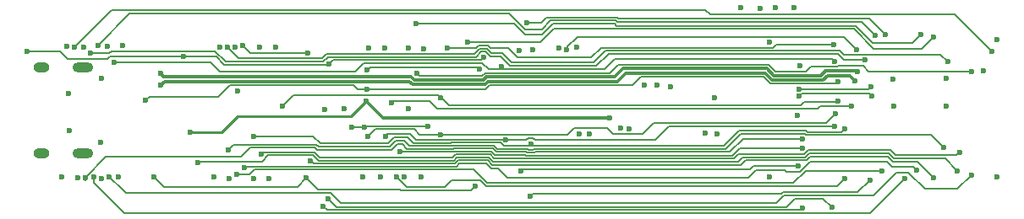
<source format=gbr>
%TF.GenerationSoftware,KiCad,Pcbnew,7.0.10+1*%
%TF.CreationDate,2024-03-12T12:47:15+01:00*%
%TF.ProjectId,Receiver-A1,52656365-6976-4657-922d-41312e6b6963,rev?*%
%TF.SameCoordinates,Original*%
%TF.FileFunction,Copper,L4,Bot*%
%TF.FilePolarity,Positive*%
%FSLAX46Y46*%
G04 Gerber Fmt 4.6, Leading zero omitted, Abs format (unit mm)*
G04 Created by KiCad (PCBNEW 7.0.10+1) date 2024-03-12 12:47:15*
%MOMM*%
%LPD*%
G01*
G04 APERTURE LIST*
%TA.AperFunction,ComponentPad*%
%ADD10O,2.100000X1.000000*%
%TD*%
%TA.AperFunction,ComponentPad*%
%ADD11O,1.600000X1.000000*%
%TD*%
%TA.AperFunction,ViaPad*%
%ADD12C,0.600000*%
%TD*%
%TA.AperFunction,Conductor*%
%ADD13C,0.150000*%
%TD*%
%TA.AperFunction,Conductor*%
%ADD14C,0.300000*%
%TD*%
%TA.AperFunction,Conductor*%
%ADD15C,0.250000*%
%TD*%
G04 APERTURE END LIST*
D10*
%TO.P,J6,S1,SHIELD*%
%TO.N,GND*%
X56820000Y-56680000D03*
D11*
X52640000Y-56680000D03*
D10*
X56820000Y-65320000D03*
D11*
X52640000Y-65320000D03*
%TD*%
D12*
%TO.N,Net-(JP10-B)*%
X96916645Y-55697861D03*
X81420000Y-56350000D03*
X66880000Y-55610000D03*
X51260000Y-55100000D03*
X96110000Y-68650000D03*
X79170000Y-67810000D03*
X63900000Y-67670000D03*
%TO.N,/PWM_SEND_1*%
X85260000Y-58900000D03*
X85289547Y-56955000D03*
%TO.N,/PWM_SEND_0*%
X98690000Y-56590000D03*
%TO.N,/PWM_SEND_2*%
X101650000Y-64370000D03*
%TO.N,/PWM_SEND_5*%
X99190000Y-64005000D03*
%TO.N,/PWM_SEND_1*%
X96511778Y-56823169D03*
%TO.N,/PWM_SEND_4*%
X92620000Y-63420000D03*
%TO.N,/PWM_SEND_3*%
X92640000Y-59740000D03*
%TO.N,+5V*%
X69900007Y-67700007D03*
X107530000Y-63350000D03*
X100500000Y-55000000D03*
X84855000Y-67725000D03*
X54710000Y-67660000D03*
X85474280Y-54755000D03*
X55440002Y-63000000D03*
X55410000Y-59310000D03*
X106490000Y-63350000D03*
X60760236Y-54460000D03*
X76095000Y-54690000D03*
%TO.N,/PWM_SEND_1*%
X132400000Y-58100000D03*
X63100000Y-60000000D03*
%TO.N,/PWM_RCV_1*%
X57065000Y-67800000D03*
X128900002Y-63900000D03*
%TO.N,/LED_1*%
X57920000Y-67710000D03*
X139116407Y-67835646D03*
%TO.N,GND*%
X143300000Y-60600000D03*
X111500000Y-62840000D03*
X143300000Y-57800000D03*
X110670000Y-62790000D03*
X59285000Y-54595000D03*
X75450000Y-67820000D03*
X122700000Y-50700000D03*
X89433983Y-54778737D03*
X120328930Y-63375000D03*
X148320000Y-53900000D03*
X70490000Y-54685000D03*
X87033581Y-54755000D03*
X126115000Y-50700000D03*
X58600000Y-64200000D03*
X60376587Y-67733413D03*
X56266575Y-67749785D03*
X148310000Y-67690000D03*
X89400000Y-60800000D03*
X89030000Y-67730000D03*
X55170854Y-54577985D03*
X83000000Y-60800000D03*
X128400000Y-61500000D03*
X73880000Y-67880000D03*
X137900000Y-57900000D03*
X128600000Y-56500000D03*
X101900000Y-54900000D03*
X74495000Y-54645000D03*
X72078372Y-54615361D03*
X125599846Y-67650000D03*
X71480000Y-67830000D03*
X104494996Y-54699723D03*
X90954624Y-54805000D03*
X58700000Y-57800000D03*
X90650000Y-67725000D03*
X81000000Y-60900000D03*
X119169059Y-63325000D03*
X72302298Y-59052298D03*
X115648594Y-58613835D03*
X106240853Y-54666615D03*
X86625000Y-67720000D03*
X56860865Y-54635143D03*
X58680000Y-67860000D03*
X125565320Y-54175000D03*
X138000000Y-60600000D03*
%TO.N,/DOG_1*%
X145800000Y-67500000D03*
X59480000Y-67650000D03*
%TO.N,/PWM_SEND_2*%
X133100000Y-62875000D03*
X73900000Y-63600000D03*
%TO.N,/PWM_RCV_2*%
X72260000Y-67410000D03*
X136800000Y-67100000D03*
%TO.N,/LED_2*%
X140300000Y-67000000D03*
X72966719Y-66739911D03*
%TO.N,/DOG_2*%
X144600000Y-65200000D03*
X74690000Y-65410000D03*
%TO.N,/PWM_SEND_3*%
X76770000Y-60600000D03*
X132410585Y-60058324D03*
%TO.N,/PWM_RCV_3*%
X128900000Y-70800000D03*
X80880000Y-70640000D03*
%TO.N,/LED_3*%
X72848650Y-54492133D03*
X79624586Y-66075000D03*
X79300000Y-55220000D03*
X142000000Y-67800000D03*
%TO.N,/DOG_3*%
X71282003Y-54691522D03*
X143410000Y-56110000D03*
%TO.N,/PWM_SEND_0*%
X59956337Y-56185000D03*
X132100000Y-56100000D03*
%TO.N,/PWM_RCV_0*%
X58310000Y-54460000D03*
X136127298Y-53472702D03*
%TO.N,/LED_0*%
X135100000Y-55900000D03*
X57545000Y-55275000D03*
%TO.N,/DOG_0*%
X55970000Y-54615000D03*
X147800000Y-55100000D03*
%TO.N,+3.3V*%
X147000000Y-57000000D03*
X124600000Y-50800000D03*
X67600000Y-63200000D03*
X128000000Y-50700000D03*
X109600000Y-61730000D03*
X85190000Y-60070000D03*
X114270000Y-58430000D03*
X120070000Y-59710000D03*
X113020000Y-58450000D03*
%TO.N,/DOG_5*%
X90200000Y-52300000D03*
X140700000Y-53400000D03*
%TO.N,/DOG_4*%
X142000000Y-53600000D03*
X95320000Y-54150000D03*
%TO.N,Net-(U2-GPIO19{slash}U1RTS{slash}ADC2_CH8{slash}CLK_OUT2{slash}USB_D-)*%
X134400000Y-57132997D03*
X64574345Y-57315312D03*
%TO.N,Net-(U2-GPIO20{slash}U1CTS{slash}ADC2_CH9{slash}CLK_OUT1{slash}USB_D+)*%
X64600000Y-58500000D03*
X134100000Y-58000000D03*
%TO.N,/PWM_RCV_5*%
X128900000Y-64800000D03*
X88586289Y-65132811D03*
%TO.N,/PWM_SEND_4*%
X85380000Y-63610000D03*
X132200000Y-61300000D03*
%TO.N,/PWM_SEND_5*%
X87100000Y-63625000D03*
X132100000Y-62600000D03*
%TO.N,/PWM_SEND_6*%
X101300000Y-52200000D03*
X137123493Y-53385515D03*
%TO.N,/PWM_RCV_4*%
X132033280Y-54401063D03*
X93285913Y-54720913D03*
%TO.N,/LED_4*%
X133100000Y-67900000D03*
X88250000Y-67725000D03*
%TO.N,/LED_5*%
X133775000Y-60617690D03*
X87700000Y-60275000D03*
%TO.N,/PWM_RCV_6*%
X100632072Y-67100000D03*
X128473892Y-66550000D03*
%TO.N,/LED_6*%
X101600000Y-69600000D03*
X135600000Y-68000000D03*
%TO.N,/DOG_6*%
X134300000Y-54875000D03*
X105273744Y-54944302D03*
%TO.N,Net-(J8-Pin_3)*%
X71351360Y-64977526D03*
X143000000Y-64700000D03*
%TO.N,Net-(J8-Pin_2)*%
X68370000Y-66270000D03*
X144400000Y-67100000D03*
%TO.N,Net-(U2-EN)*%
X91375909Y-62613481D03*
X145800000Y-57100000D03*
X83740853Y-62676244D03*
X85040853Y-62688267D03*
X90275431Y-57295000D03*
%TO.N,Net-(U2-GPIO15{slash}U0RTS{slash}ADC2_CH4{slash}XTAL_32K_P)*%
X128500000Y-59600000D03*
X135780000Y-59540000D03*
%TO.N,Net-(U2-GPIO16{slash}U0CTS{slash}ADC2_CH5{slash}XTAL_32K_N)*%
X128521407Y-58850303D03*
X135700000Y-58600000D03*
%TO.N,Net-(U2-GPIO0{slash}BOOT)*%
X81405000Y-69885308D03*
X131800000Y-70775000D03*
%TD*%
D13*
%TO.N,Net-(JP10-B)*%
X54510000Y-55100000D02*
X55260000Y-55850000D01*
X55260000Y-55850000D02*
X59267437Y-55850000D01*
X59267437Y-55850000D02*
X59507437Y-55610000D01*
X59507437Y-55610000D02*
X66880000Y-55610000D01*
%TO.N,/LED_0*%
X133042463Y-55900000D02*
X132442463Y-55300000D01*
X132442463Y-55300000D02*
X109500000Y-55300000D01*
X71086827Y-56090000D02*
X70031827Y-55035000D01*
X109500000Y-55300000D02*
X108250000Y-56550000D01*
X70031827Y-55035000D02*
X59658173Y-55035000D01*
X108250000Y-56550000D02*
X99585356Y-56550000D01*
X59658173Y-55035000D02*
X59418173Y-55275000D01*
X97618111Y-55580000D02*
X97130945Y-55092834D01*
X97130945Y-55092834D02*
X96708498Y-55092834D01*
X96171332Y-55630000D02*
X81326827Y-55630000D01*
X59418173Y-55275000D02*
X57545000Y-55275000D01*
X99585356Y-56550000D02*
X98615356Y-55580000D01*
X135100000Y-55900000D02*
X133042463Y-55900000D01*
X81326827Y-55630000D02*
X80866827Y-56090000D01*
X80866827Y-56090000D02*
X71086827Y-56090000D01*
X96708498Y-55092834D02*
X96171332Y-55630000D01*
X98615356Y-55580000D02*
X97618111Y-55580000D01*
%TO.N,/DOG_0*%
X59695000Y-50890000D02*
X55970000Y-54615000D01*
%TO.N,/PWM_RCV_0*%
X134769596Y-52115000D02*
X110307563Y-52115000D01*
%TO.N,/DOG_0*%
X147800000Y-55100000D02*
X144080000Y-51380000D01*
%TO.N,/PWM_RCV_0*%
X136127298Y-53472702D02*
X134769596Y-52115000D01*
X110172563Y-51980000D02*
X103676947Y-51980000D01*
X103676947Y-51980000D02*
X102756947Y-52900000D01*
X61485000Y-51285000D02*
X58310000Y-54460000D01*
X102756947Y-52900000D02*
X101061701Y-52900000D01*
X101061701Y-52900000D02*
X99446701Y-51285000D01*
%TO.N,/DOG_0*%
X119630000Y-51380000D02*
X119140000Y-50890000D01*
%TO.N,/PWM_RCV_0*%
X110307563Y-52115000D02*
X110172563Y-51980000D01*
%TO.N,/DOG_0*%
X144080000Y-51380000D02*
X119630000Y-51380000D01*
X119140000Y-50890000D02*
X59695000Y-50890000D01*
%TO.N,/PWM_RCV_0*%
X99446701Y-51285000D02*
X61485000Y-51285000D01*
%TO.N,/PWM_SEND_0*%
X132100000Y-56100000D02*
X131850000Y-55850000D01*
X109050000Y-56850000D02*
X97413173Y-56850000D01*
X131850000Y-55850000D02*
X110050000Y-55850000D01*
X97413173Y-56850000D02*
X96798173Y-56235000D01*
X110050000Y-55850000D02*
X109050000Y-56850000D01*
X96798173Y-56235000D02*
X84921827Y-56235000D01*
X84921827Y-56235000D02*
X84056827Y-57100000D01*
X69625000Y-56185000D02*
X59956337Y-56185000D01*
X84056827Y-57100000D02*
X70540000Y-57100000D01*
X70540000Y-57100000D02*
X69625000Y-56185000D01*
%TO.N,/LED_3*%
X72848650Y-54492133D02*
X73576517Y-55220000D01*
X73576517Y-55220000D02*
X79300000Y-55220000D01*
%TO.N,/DOG_3*%
X71710000Y-55110000D02*
X71700481Y-55110000D01*
X71700481Y-55110000D02*
X71282003Y-54691522D01*
X109125736Y-55000000D02*
X132566727Y-55000000D01*
X132991727Y-55425000D02*
X134832537Y-55425000D01*
X71356522Y-54691522D02*
X71282003Y-54691522D01*
X97255209Y-54792834D02*
X97722375Y-55260000D01*
X72390000Y-55790000D02*
X80742563Y-55790000D01*
X71710000Y-55110000D02*
X72390000Y-55790000D01*
X80742563Y-55790000D02*
X81202563Y-55330000D01*
X95993169Y-55330000D02*
X96530335Y-54792834D01*
X81202563Y-55330000D02*
X95993169Y-55330000D01*
X96530335Y-54792834D02*
X97255209Y-54792834D01*
X97722375Y-55260000D02*
X98784264Y-55260000D01*
X98784264Y-55260000D02*
X99724264Y-56200000D01*
X99724264Y-56200000D02*
X107925736Y-56200000D01*
X107925736Y-56200000D02*
X109125736Y-55000000D01*
X132566727Y-55000000D02*
X132991727Y-55425000D01*
X134832537Y-55425000D02*
X134882537Y-55375000D01*
X134882537Y-55375000D02*
X142675000Y-55375000D01*
X142675000Y-55375000D02*
X143410000Y-56110000D01*
%TO.N,Net-(JP10-B)*%
X70962563Y-56390000D02*
X81380000Y-56390000D01*
X81380000Y-56390000D02*
X81420000Y-56350000D01*
X66880000Y-55610000D02*
X70182563Y-55610000D01*
X70182563Y-55610000D02*
X70962563Y-56390000D01*
X96679506Y-55935000D02*
X96916645Y-55697861D01*
%TO.N,/PWM_SEND_1*%
X96338609Y-56650000D02*
X96511778Y-56823169D01*
%TO.N,Net-(JP10-B)*%
X81835000Y-55935000D02*
X96679506Y-55935000D01*
X81420000Y-56350000D02*
X81835000Y-55935000D01*
%TO.N,/PWM_SEND_1*%
X85289547Y-56955000D02*
X85594547Y-56650000D01*
X85594547Y-56650000D02*
X96338609Y-56650000D01*
%TO.N,/PWM_RCV_4*%
X125927208Y-54700000D02*
X108700000Y-54700000D01*
X108700000Y-54700000D02*
X107725000Y-55675000D01*
X107725000Y-55675000D02*
X100361827Y-55675000D01*
X96177992Y-54720913D02*
X93285913Y-54720913D01*
X132033280Y-54401063D02*
X126226145Y-54401063D01*
X100361827Y-55675000D02*
X99407740Y-54720913D01*
X97607552Y-54720913D02*
X97379473Y-54492834D01*
X97379473Y-54492834D02*
X96406071Y-54492834D01*
X96406071Y-54492834D02*
X96177992Y-54720913D01*
X99407740Y-54720913D02*
X97607552Y-54720913D01*
X126226145Y-54401063D02*
X125927208Y-54700000D01*
%TO.N,/PWM_SEND_1*%
X85260000Y-58900000D02*
X97125529Y-58900000D01*
X111854771Y-58475000D02*
X112704771Y-57625000D01*
D14*
%TO.N,Net-(U2-GPIO19{slash}U1RTS{slash}ADC2_CH8{slash}CLK_OUT2{slash}USB_D-)*%
X64574345Y-57315312D02*
X64884033Y-57625000D01*
X97233803Y-57625000D02*
X110075000Y-57625000D01*
%TO.N,Net-(U2-GPIO20{slash}U1CTS{slash}ADC2_CH9{slash}CLK_OUT1{slash}USB_D+)*%
X130916423Y-57950303D02*
X131366726Y-57500000D01*
X64600000Y-58500000D02*
X65000000Y-58100000D01*
D13*
%TO.N,Net-(U2-EN)*%
X110375000Y-56425000D02*
X109563429Y-57236571D01*
X135500000Y-57100000D02*
X134925000Y-56525000D01*
D14*
%TO.N,Net-(U2-GPIO20{slash}U1CTS{slash}ADC2_CH9{slash}CLK_OUT1{slash}USB_D+)*%
X89524796Y-58100000D02*
X89823194Y-58398398D01*
D13*
%TO.N,Net-(U2-EN)*%
X134925000Y-56525000D02*
X132417463Y-56525000D01*
D14*
%TO.N,Net-(U2-GPIO20{slash}U1CTS{slash}ADC2_CH9{slash}CLK_OUT1{slash}USB_D+)*%
X89823194Y-58398398D02*
X97096801Y-58398398D01*
X133600000Y-57500000D02*
X134100000Y-58000000D01*
D13*
%TO.N,Net-(U2-EN)*%
X126143576Y-57125303D02*
X125443273Y-56425000D01*
D14*
%TO.N,Net-(U2-GPIO20{slash}U1CTS{slash}ADC2_CH9{slash}CLK_OUT1{slash}USB_D+)*%
X125801850Y-57950303D02*
X130916423Y-57950303D01*
D13*
%TO.N,/PWM_SEND_1*%
X112704771Y-57625000D02*
X124946217Y-57625000D01*
X97125529Y-58900000D02*
X97550529Y-58475000D01*
%TO.N,Net-(U2-EN)*%
X96755075Y-57573398D02*
X90553829Y-57573398D01*
X129235926Y-57125303D02*
X126143576Y-57125303D01*
D14*
%TO.N,Net-(U2-GPIO20{slash}U1CTS{slash}ADC2_CH9{slash}CLK_OUT1{slash}USB_D+)*%
X111150000Y-57250000D02*
X125101547Y-57250000D01*
D13*
%TO.N,Net-(U2-EN)*%
X97091902Y-57236571D02*
X96755075Y-57573398D01*
X125443273Y-56425000D02*
X110375000Y-56425000D01*
D14*
%TO.N,Net-(U2-GPIO20{slash}U1CTS{slash}ADC2_CH9{slash}CLK_OUT1{slash}USB_D+)*%
X65000000Y-58100000D02*
X89524796Y-58100000D01*
D13*
%TO.N,/PWM_SEND_1*%
X132174697Y-58325303D02*
X132400000Y-58100000D01*
%TO.N,Net-(U2-EN)*%
X90553829Y-57573398D02*
X90275431Y-57295000D01*
%TO.N,/PWM_SEND_1*%
X97550529Y-58475000D02*
X111854771Y-58475000D01*
%TO.N,Net-(U2-EN)*%
X145800000Y-57100000D02*
X135500000Y-57100000D01*
%TO.N,/PWM_SEND_1*%
X125646520Y-58325303D02*
X132174697Y-58325303D01*
D14*
%TO.N,Net-(U2-GPIO20{slash}U1CTS{slash}ADC2_CH9{slash}CLK_OUT1{slash}USB_D+)*%
X97096801Y-58398398D02*
X97395199Y-58100000D01*
D13*
%TO.N,Net-(U2-EN)*%
X132417463Y-56525000D02*
X132317463Y-56625000D01*
D14*
%TO.N,Net-(U2-GPIO19{slash}U1RTS{slash}ADC2_CH8{slash}CLK_OUT2{slash}USB_D-)*%
X64884033Y-57625000D02*
X89686192Y-57625000D01*
X110075000Y-57625000D02*
X110900000Y-56800000D01*
D13*
%TO.N,Net-(U2-EN)*%
X109563429Y-57236571D02*
X97091902Y-57236571D01*
D14*
%TO.N,Net-(U2-GPIO20{slash}U1CTS{slash}ADC2_CH9{slash}CLK_OUT1{slash}USB_D+)*%
X131366726Y-57500000D02*
X133600000Y-57500000D01*
X110300000Y-58100000D02*
X111150000Y-57250000D01*
D13*
%TO.N,Net-(U2-EN)*%
X129736229Y-56625000D02*
X129235926Y-57125303D01*
%TO.N,/PWM_SEND_1*%
X124946217Y-57625000D02*
X125646520Y-58325303D01*
D14*
%TO.N,Net-(U2-GPIO19{slash}U1RTS{slash}ADC2_CH8{slash}CLK_OUT2{slash}USB_D-)*%
X125988246Y-57500303D02*
X130730027Y-57500303D01*
X125287943Y-56800000D02*
X125988246Y-57500303D01*
X110900000Y-56800000D02*
X125287943Y-56800000D01*
%TO.N,Net-(U2-GPIO20{slash}U1CTS{slash}ADC2_CH9{slash}CLK_OUT1{slash}USB_D+)*%
X97395199Y-58100000D02*
X110300000Y-58100000D01*
D13*
%TO.N,Net-(U2-EN)*%
X132317463Y-56625000D02*
X129736229Y-56625000D01*
D14*
%TO.N,Net-(U2-GPIO19{slash}U1RTS{slash}ADC2_CH8{slash}CLK_OUT2{slash}USB_D-)*%
X90009590Y-57948398D02*
X96910405Y-57948398D01*
X96910405Y-57948398D02*
X97233803Y-57625000D01*
X89686192Y-57625000D02*
X90009590Y-57948398D01*
%TO.N,Net-(U2-GPIO20{slash}U1CTS{slash}ADC2_CH9{slash}CLK_OUT1{slash}USB_D+)*%
X125101547Y-57250000D02*
X125801850Y-57950303D01*
%TO.N,Net-(U2-GPIO19{slash}U1RTS{slash}ADC2_CH8{slash}CLK_OUT2{slash}USB_D-)*%
X134317003Y-57050000D02*
X134400000Y-57132997D01*
X131180330Y-57050000D02*
X134317003Y-57050000D01*
X130730027Y-57500303D02*
X131180330Y-57050000D01*
D13*
%TO.N,Net-(JP10-B)*%
X51260000Y-55100000D02*
X54510000Y-55100000D01*
%TO.N,/PWM_RCV_2*%
X136800000Y-67100000D02*
X129194974Y-67100000D01*
X127969974Y-68325000D02*
X97282437Y-68325000D01*
X129194974Y-67100000D02*
X127969974Y-68325000D01*
X97282437Y-68325000D02*
X95907437Y-66950000D01*
X95907437Y-66950000D02*
X73996827Y-66950000D01*
X73996827Y-66950000D02*
X73536827Y-67410000D01*
X73536827Y-67410000D02*
X72260000Y-67410000D01*
%TO.N,/LED_4*%
X133100000Y-67900000D02*
X132374264Y-68625736D01*
X89260000Y-68735000D02*
X88250000Y-67725000D01*
X132374264Y-68625736D02*
X97158909Y-68625736D01*
X97158909Y-68625736D02*
X96593173Y-68060000D01*
X96593173Y-68060000D02*
X93715736Y-68060000D01*
X93715736Y-68060000D02*
X93040736Y-68735000D01*
X93040736Y-68735000D02*
X89260000Y-68735000D01*
%TO.N,Net-(J8-Pin_3)*%
X93777715Y-64535000D02*
X93747715Y-64565000D01*
%TO.N,/PWM_RCV_5*%
X98076320Y-65480000D02*
X101098299Y-65480000D01*
%TO.N,/PWM_SEND_2*%
X129241729Y-63075000D02*
X129341729Y-63175000D01*
%TO.N,/PWM_RCV_1*%
X128900002Y-63900000D02*
X122900000Y-63900000D01*
%TO.N,/PWM_SEND_2*%
X89344998Y-63724998D02*
X89885000Y-64265000D01*
%TO.N,/LED_2*%
X137364264Y-66200000D02*
X129600000Y-66200000D01*
%TO.N,/PWM_SEND_2*%
X93653451Y-64235000D02*
X98606827Y-64235000D01*
%TO.N,/DOG_2*%
X93835507Y-65750000D02*
X80537023Y-65750000D01*
%TO.N,Net-(JP10-B)*%
X88652563Y-69070000D02*
X95690000Y-69070000D01*
%TO.N,/PWM_SEND_2*%
X89885000Y-64265000D02*
X93623451Y-64265000D01*
%TO.N,/LED_2*%
X129600000Y-66200000D02*
X128600000Y-67200000D01*
%TO.N,/PWM_RCV_1*%
X121620000Y-65180000D02*
X102077437Y-65180000D01*
%TO.N,Net-(J8-Pin_3)*%
X93747715Y-64565000D02*
X89468048Y-64565000D01*
%TO.N,/LED_2*%
X140000000Y-66700000D02*
X137864264Y-66700000D01*
%TO.N,Net-(J8-Pin_3)*%
X98324848Y-64880000D02*
X97979848Y-64535000D01*
%TO.N,/PWM_RCV_1*%
X72652463Y-65695000D02*
X59115000Y-65695000D01*
%TO.N,Net-(J8-Pin_3)*%
X80439105Y-64650000D02*
X80224741Y-64435636D01*
%TO.N,/PWM_SEND_2*%
X132800000Y-63175000D02*
X133100000Y-62875000D01*
%TO.N,Net-(J8-Pin_3)*%
X87553905Y-64650000D02*
X80439105Y-64650000D01*
%TO.N,/PWM_RCV_1*%
X73611827Y-64735636D02*
X72652463Y-65695000D01*
%TO.N,/LED_3*%
X140394239Y-66175000D02*
X137893198Y-66175000D01*
%TO.N,/PWM_RCV_1*%
X80294129Y-65000000D02*
X80029765Y-64735636D01*
%TO.N,Net-(J8-Pin_3)*%
X88978046Y-64074998D02*
X88128907Y-64074998D01*
%TO.N,/PWM_RCV_1*%
X88833072Y-64424998D02*
X88273882Y-64424998D01*
%TO.N,/DOG_2*%
X97979867Y-65807811D02*
X97607056Y-65435000D01*
%TO.N,Net-(J8-Pin_2)*%
X80412759Y-66050000D02*
X79862759Y-65500000D01*
%TO.N,/LED_2*%
X94523299Y-66335000D02*
X94208299Y-66650000D01*
%TO.N,Net-(J8-Pin_2)*%
X122442189Y-66157811D02*
X97905603Y-66157811D01*
%TO.N,Net-(J8-Pin_3)*%
X101953173Y-64880000D02*
X101888173Y-64945000D01*
%TO.N,Net-(J8-Pin_2)*%
X129526347Y-65340380D02*
X129141727Y-65725000D01*
%TO.N,/LED_3*%
X97358528Y-66035000D02*
X94399035Y-66035000D01*
%TO.N,Net-(J8-Pin_3)*%
X129117465Y-63375000D02*
X122670407Y-63375000D01*
%TO.N,/PWM_RCV_5*%
X97731320Y-65135000D02*
X98076320Y-65480000D01*
X121819645Y-65545000D02*
X122564645Y-64800000D01*
X88618478Y-65165000D02*
X93996243Y-65165000D01*
%TO.N,/PWM_SEND_2*%
X120970433Y-64580000D02*
X122475433Y-63075000D01*
%TO.N,Net-(J8-Pin_2)*%
X68475089Y-66164911D02*
X68370000Y-66270000D01*
%TO.N,/PWM_SEND_2*%
X87408934Y-64299997D02*
X87983932Y-63724998D01*
%TO.N,/DOG_2*%
X80537023Y-65750000D02*
X79987023Y-65200000D01*
%TO.N,/LED_2*%
X128600000Y-67200000D02*
X127300000Y-67200000D01*
%TO.N,/PWM_SEND_2*%
X93623451Y-64265000D02*
X93653451Y-64235000D01*
%TO.N,/DOG_2*%
X101039035Y-65845000D02*
X101001846Y-65807811D01*
%TO.N,/PWM_SEND_2*%
X122475433Y-63075000D02*
X129241729Y-63075000D01*
X80584076Y-64299997D02*
X87408934Y-64299997D01*
%TO.N,Net-(J8-Pin_2)*%
X74728262Y-66164911D02*
X68475089Y-66164911D01*
%TO.N,Net-(J8-Pin_3)*%
X101888173Y-64945000D02*
X101411827Y-64945000D01*
%TO.N,Net-(J8-Pin_2)*%
X97905603Y-66157811D02*
X97482792Y-65735000D01*
%TO.N,/LED_2*%
X94208299Y-66650000D02*
X73056630Y-66650000D01*
%TO.N,Net-(J8-Pin_2)*%
X79862759Y-65500000D02*
X75393173Y-65500000D01*
%TO.N,/LED_3*%
X137893198Y-66175000D02*
X137383578Y-65665380D01*
X137383578Y-65665380D02*
X129625611Y-65665380D01*
%TO.N,/DOG_2*%
X137690255Y-65017463D02*
X129425000Y-65017463D01*
%TO.N,/LED_2*%
X124200000Y-67000000D02*
X123425000Y-67775000D01*
%TO.N,/PWM_SEND_5*%
X93529187Y-63935000D02*
X99120000Y-63935000D01*
%TO.N,/DOG_2*%
X79987023Y-65200000D02*
X74900000Y-65200000D01*
%TO.N,/LED_3*%
X94084035Y-66350000D02*
X79899586Y-66350000D01*
%TO.N,/PWM_RCV_1*%
X98200584Y-65180000D02*
X97855584Y-64835000D01*
X80029765Y-64735636D02*
X73611827Y-64735636D01*
%TO.N,Net-(J8-Pin_3)*%
X88128907Y-64074998D02*
X87553905Y-64650000D01*
X101411827Y-64945000D02*
X101346827Y-64880000D01*
%TO.N,/PWM_RCV_1*%
X102012437Y-65245000D02*
X101287563Y-65245000D01*
%TO.N,/DOG_2*%
X74900000Y-65200000D02*
X74690000Y-65410000D01*
%TO.N,/PWM_RCV_5*%
X101098299Y-65480000D02*
X101163299Y-65545000D01*
%TO.N,/PWM_RCV_1*%
X97855584Y-64835000D02*
X93901979Y-64835000D01*
X122900000Y-63900000D02*
X121620000Y-65180000D01*
%TO.N,/LED_2*%
X98357044Y-66832044D02*
X97731308Y-66832044D01*
%TO.N,/LED_3*%
X129265991Y-66025000D02*
X123175000Y-66025000D01*
%TO.N,Net-(JP10-B)*%
X88541282Y-68958719D02*
X88652563Y-69070000D01*
%TO.N,/DOG_2*%
X122434619Y-65425000D02*
X122014619Y-65845000D01*
%TO.N,/PWM_RCV_5*%
X94026243Y-65135000D02*
X97731320Y-65135000D01*
%TO.N,Net-(JP10-B)*%
X80318719Y-68958719D02*
X88541282Y-68958719D01*
%TO.N,/LED_2*%
X140300000Y-67000000D02*
X140000000Y-66700000D01*
%TO.N,Net-(J8-Pin_3)*%
X89468048Y-64565000D02*
X88978046Y-64074998D01*
%TO.N,Net-(J8-Pin_2)*%
X94274771Y-65735000D02*
X93959771Y-66050000D01*
%TO.N,/PWM_RCV_5*%
X93996243Y-65165000D02*
X94026243Y-65135000D01*
%TO.N,/DOG_2*%
X94150507Y-65435000D02*
X93835507Y-65750000D01*
%TO.N,/PWM_RCV_1*%
X102077437Y-65180000D02*
X102012437Y-65245000D01*
X88273882Y-64424998D02*
X87698880Y-65000000D01*
%TO.N,/PWM_SEND_2*%
X87983932Y-63724998D02*
X89344998Y-63724998D01*
%TO.N,/LED_2*%
X123425000Y-67775000D02*
X99300000Y-67775000D01*
%TO.N,/DOG_2*%
X129425000Y-65017463D02*
X129017463Y-65425000D01*
X144600000Y-65200000D02*
X144300000Y-65500000D01*
%TO.N,Net-(JP10-B)*%
X79170000Y-67810000D02*
X80318719Y-68958719D01*
%TO.N,/LED_3*%
X123175000Y-66025000D02*
X122717189Y-66482811D01*
%TO.N,/PWM_RCV_5*%
X122564645Y-64800000D02*
X128900000Y-64800000D01*
%TO.N,/PWM_RCV_1*%
X101287563Y-65245000D02*
X101222563Y-65180000D01*
%TO.N,/PWM_RCV_5*%
X88586289Y-65132811D02*
X88618478Y-65165000D01*
%TO.N,/DOG_2*%
X122014619Y-65845000D02*
X101039035Y-65845000D01*
%TO.N,/LED_2*%
X97234264Y-66335000D02*
X94523299Y-66335000D01*
%TO.N,/PWM_RCV_1*%
X93871979Y-64865000D02*
X89273074Y-64865000D01*
X101222563Y-65180000D02*
X98200584Y-65180000D01*
%TO.N,/LED_3*%
X142000000Y-67800000D02*
X142000000Y-67780761D01*
%TO.N,/PWM_RCV_1*%
X87698880Y-65000000D02*
X80294129Y-65000000D01*
%TO.N,/LED_2*%
X137864264Y-66700000D02*
X137364264Y-66200000D01*
%TO.N,/DOG_2*%
X101001846Y-65807811D02*
X97979867Y-65807811D01*
%TO.N,/LED_2*%
X127300000Y-67200000D02*
X127100000Y-67000000D01*
%TO.N,/DOG_2*%
X97607056Y-65435000D02*
X94150507Y-65435000D01*
%TO.N,/PWM_RCV_1*%
X93901979Y-64835000D02*
X93871979Y-64865000D01*
%TO.N,/LED_2*%
X97731308Y-66832044D02*
X97234264Y-66335000D01*
%TO.N,Net-(J8-Pin_3)*%
X141775000Y-63475000D02*
X129217465Y-63475000D01*
%TO.N,/LED_3*%
X122717189Y-66482811D02*
X97806339Y-66482811D01*
X142000000Y-67780761D02*
X140394239Y-66175000D01*
%TO.N,/PWM_SEND_2*%
X79884079Y-63600000D02*
X80584076Y-64299997D01*
%TO.N,Net-(J8-Pin_2)*%
X75393173Y-65500000D02*
X74728262Y-66164911D01*
%TO.N,/LED_2*%
X73056630Y-66650000D02*
X72966719Y-66739911D01*
%TO.N,/PWM_SEND_2*%
X98951827Y-64580000D02*
X120970433Y-64580000D01*
%TO.N,Net-(J8-Pin_3)*%
X97979848Y-64535000D02*
X93777715Y-64535000D01*
%TO.N,/LED_3*%
X79899586Y-66350000D02*
X79624586Y-66075000D01*
%TO.N,Net-(J8-Pin_2)*%
X144400000Y-67100000D02*
X143150000Y-65850000D01*
X122875000Y-65725000D02*
X122442189Y-66157811D01*
%TO.N,Net-(J8-Pin_3)*%
X121165407Y-64880000D02*
X101953173Y-64880000D01*
%TO.N,/PWM_SEND_2*%
X73900000Y-63600000D02*
X79884079Y-63600000D01*
%TO.N,/PWM_SEND_5*%
X89590000Y-63410000D02*
X90145000Y-63965000D01*
%TO.N,Net-(J8-Pin_3)*%
X143000000Y-64700000D02*
X141775000Y-63475000D01*
%TO.N,/PWM_SEND_5*%
X87315000Y-63410000D02*
X89590000Y-63410000D01*
%TO.N,Net-(J8-Pin_3)*%
X71893250Y-64435636D02*
X71351360Y-64977526D01*
%TO.N,/PWM_RCV_1*%
X57075000Y-67735000D02*
X57075000Y-68040000D01*
%TO.N,Net-(J8-Pin_2)*%
X129141727Y-65725000D02*
X122875000Y-65725000D01*
%TO.N,Net-(J8-Pin_3)*%
X122670407Y-63375000D02*
X121165407Y-64880000D01*
%TO.N,/PWM_RCV_1*%
X59115000Y-65695000D02*
X57075000Y-67735000D01*
%TO.N,/PWM_SEND_5*%
X87100000Y-63625000D02*
X87315000Y-63410000D01*
%TO.N,Net-(J8-Pin_3)*%
X80224741Y-64435636D02*
X71893250Y-64435636D01*
%TO.N,/DOG_2*%
X129017463Y-65425000D02*
X122434619Y-65425000D01*
%TO.N,/LED_2*%
X99300000Y-67775000D02*
X98357044Y-66832044D01*
%TO.N,Net-(J8-Pin_2)*%
X143150000Y-65850000D02*
X138027818Y-65850000D01*
%TO.N,/PWM_RCV_1*%
X89273074Y-64865000D02*
X88833072Y-64424998D01*
%TO.N,/LED_2*%
X127100000Y-67000000D02*
X124200000Y-67000000D01*
%TO.N,/PWM_SEND_5*%
X93499187Y-63965000D02*
X93529187Y-63935000D01*
%TO.N,/DOG_2*%
X138172792Y-65500000D02*
X137690255Y-65017463D01*
%TO.N,Net-(J8-Pin_3)*%
X129217465Y-63475000D02*
X129117465Y-63375000D01*
%TO.N,Net-(J8-Pin_2)*%
X137518197Y-65340380D02*
X129526347Y-65340380D01*
%TO.N,/LED_3*%
X97806339Y-66482811D02*
X97358528Y-66035000D01*
%TO.N,/PWM_SEND_2*%
X98606827Y-64235000D02*
X98951827Y-64580000D01*
%TO.N,Net-(J8-Pin_2)*%
X93959771Y-66050000D02*
X80412759Y-66050000D01*
%TO.N,/PWM_RCV_5*%
X101163299Y-65545000D02*
X121819645Y-65545000D01*
%TO.N,Net-(J8-Pin_2)*%
X138027818Y-65850000D02*
X137518197Y-65340380D01*
%TO.N,Net-(JP10-B)*%
X95690000Y-69070000D02*
X96110000Y-68650000D01*
%TO.N,/LED_3*%
X94399035Y-66035000D02*
X94084035Y-66350000D01*
%TO.N,Net-(J8-Pin_3)*%
X101346827Y-64880000D02*
X98324848Y-64880000D01*
%TO.N,Net-(J8-Pin_2)*%
X97482792Y-65735000D02*
X94274771Y-65735000D01*
%TO.N,/LED_3*%
X129625611Y-65665380D02*
X129265991Y-66025000D01*
%TO.N,/PWM_SEND_2*%
X129341729Y-63175000D02*
X132800000Y-63175000D01*
%TO.N,/DOG_2*%
X144300000Y-65500000D02*
X138172792Y-65500000D01*
%TO.N,/PWM_SEND_5*%
X90145000Y-63965000D02*
X93499187Y-63965000D01*
X99120000Y-63935000D02*
X99190000Y-64005000D01*
%TO.N,Net-(JP10-B)*%
X63900000Y-67670000D02*
X64910000Y-68680000D01*
X78300000Y-68680000D02*
X79170000Y-67810000D01*
X64910000Y-68680000D02*
X78300000Y-68680000D01*
%TO.N,/DOG_1*%
X60890308Y-69060308D02*
X61140308Y-69310308D01*
X126230000Y-70330000D02*
X127030000Y-69530000D01*
X61140308Y-69310308D02*
X81583173Y-69310308D01*
X144390000Y-68910000D02*
X145800000Y-67500000D01*
X81583173Y-69310308D02*
X82602865Y-70330000D01*
X82602865Y-70330000D02*
X126230000Y-70330000D01*
X127030000Y-69530000D02*
X135960000Y-69530000D01*
X135960000Y-69530000D02*
X138260000Y-67230000D01*
X138260000Y-67230000D02*
X139490000Y-67230000D01*
X139490000Y-67230000D02*
X141170000Y-68910000D01*
X141170000Y-68910000D02*
X144390000Y-68910000D01*
%TO.N,/LED_1*%
X139116407Y-67835646D02*
X135627054Y-71324999D01*
X135627054Y-71324999D02*
X60928174Y-71324999D01*
%TO.N,/PWM_RCV_3*%
X128900000Y-70800000D02*
X128675001Y-71024999D01*
%TO.N,Net-(U2-GPIO0{slash}BOOT)*%
X81405000Y-69885308D02*
X82244691Y-70724999D01*
%TO.N,/PWM_RCV_3*%
X81264999Y-71024999D02*
X80880000Y-70640000D01*
%TO.N,Net-(U2-GPIO0{slash}BOOT)*%
X82244691Y-70724999D02*
X127259265Y-70724999D01*
X127259265Y-70724999D02*
X128084264Y-69900000D01*
X128084264Y-69900000D02*
X130925000Y-69900000D01*
%TO.N,/PWM_RCV_3*%
X128675001Y-71024999D02*
X81264999Y-71024999D01*
%TO.N,Net-(U2-GPIO0{slash}BOOT)*%
X130925000Y-69900000D02*
X131800000Y-70775000D01*
%TO.N,/DOG_1*%
X59480000Y-67650000D02*
X60890308Y-69060308D01*
%TO.N,/PWM_RCV_1*%
X57065000Y-67790000D02*
X57065000Y-67800000D01*
%TO.N,/DOG_4*%
X140800000Y-54800000D02*
X135994974Y-54800000D01*
X135994974Y-54800000D02*
X134004974Y-52810000D01*
X142000000Y-53600000D02*
X140800000Y-54800000D01*
X134004974Y-52810000D02*
X103944589Y-52810000D01*
X102604589Y-54150000D02*
X95320000Y-54150000D01*
X103944589Y-52810000D02*
X102604589Y-54150000D01*
%TO.N,/DOG_5*%
X103871921Y-52280000D02*
X110048299Y-52280000D01*
%TO.N,/PWM_SEND_6*%
X103243173Y-51680000D02*
X110296827Y-51680000D01*
%TO.N,/DOG_5*%
X102751921Y-53400000D02*
X103871921Y-52280000D01*
X134204974Y-52510000D02*
X135892585Y-54197611D01*
X100037437Y-52300000D02*
X101137437Y-53400000D01*
%TO.N,/PWM_SEND_6*%
X101300000Y-52200000D02*
X102723173Y-52200000D01*
%TO.N,/DOG_5*%
X110278299Y-52510000D02*
X134204974Y-52510000D01*
X135892585Y-54197611D02*
X139902389Y-54197611D01*
%TO.N,/PWM_SEND_6*%
X110296827Y-51680000D02*
X110431827Y-51815000D01*
%TO.N,/DOG_5*%
X110048299Y-52280000D02*
X110278299Y-52510000D01*
X101137437Y-53400000D02*
X102751921Y-53400000D01*
X90200000Y-52300000D02*
X100037437Y-52300000D01*
X139902389Y-54197611D02*
X140700000Y-53400000D01*
%TO.N,/PWM_SEND_6*%
X102723173Y-52200000D02*
X103243173Y-51680000D01*
X110431827Y-51815000D02*
X135552978Y-51815000D01*
X135552978Y-51815000D02*
X137123493Y-53385515D01*
%TO.N,/PWM_SEND_3*%
X132410585Y-60058324D02*
X132293909Y-60175000D01*
X128718275Y-60514998D02*
X93454998Y-60514998D01*
X132293909Y-60175000D02*
X129058273Y-60175000D01*
X129058273Y-60175000D02*
X128718275Y-60514998D01*
X93454998Y-60514998D02*
X92680000Y-59740000D01*
X92680000Y-59740000D02*
X92640000Y-59740000D01*
X91680000Y-59495000D02*
X77875000Y-59495000D01*
X91680000Y-59495000D02*
X92395000Y-59495000D01*
X92395000Y-59495000D02*
X92640000Y-59740000D01*
X77875000Y-59495000D02*
X76770000Y-60600000D01*
D14*
%TO.N,+3.3V*%
X86850000Y-61730000D02*
X85190000Y-60070000D01*
D15*
X67600000Y-63200000D02*
X70690000Y-63200000D01*
X70690000Y-63200000D02*
X72290000Y-61600000D01*
X83660000Y-61600000D02*
X85190000Y-60070000D01*
X72290000Y-61600000D02*
X83660000Y-61600000D01*
D14*
X109600000Y-61730000D02*
X86850000Y-61730000D01*
D13*
%TO.N,/LED_5*%
X87925000Y-60050000D02*
X87700000Y-60275000D01*
X130682537Y-60575000D02*
X130432537Y-60825000D01*
X91550000Y-60050000D02*
X87925000Y-60050000D01*
X132360153Y-60617690D02*
X132317463Y-60575000D01*
X92325000Y-60825000D02*
X91550000Y-60050000D01*
X133775000Y-60617690D02*
X132360153Y-60617690D01*
X132317463Y-60575000D02*
X130682537Y-60575000D01*
X130432537Y-60825000D02*
X92325000Y-60825000D01*
%TO.N,/PWM_SEND_1*%
X71529595Y-58475000D02*
X83840000Y-58475000D01*
X83840000Y-58475000D02*
X83945000Y-58475000D01*
X83945000Y-58475000D02*
X84370000Y-58900000D01*
X84370000Y-58900000D02*
X85260000Y-58900000D01*
%TO.N,/PWM_SEND_5*%
X101888173Y-63795000D02*
X102098173Y-64005000D01*
X101411827Y-63795000D02*
X101888173Y-63795000D01*
X115521041Y-62600000D02*
X132100000Y-62600000D01*
X114116041Y-64005000D02*
X115521041Y-62600000D01*
X102098173Y-64005000D02*
X114116041Y-64005000D01*
X99190000Y-64005000D02*
X101201827Y-64005000D01*
X101201827Y-64005000D02*
X101411827Y-63795000D01*
%TO.N,/PWM_SEND_1*%
X70379595Y-59625000D02*
X71529595Y-58475000D01*
X63100000Y-60000000D02*
X63475000Y-59625000D01*
X63475000Y-59625000D02*
X70379595Y-59625000D01*
%TO.N,Net-(U2-EN)*%
X85129120Y-62600000D02*
X91362428Y-62600000D01*
%TO.N,/PWM_SEND_4*%
X90550000Y-63420000D02*
X92620000Y-63420000D01*
%TO.N,Net-(U2-EN)*%
X91362428Y-62600000D02*
X91375909Y-62613481D01*
X85040853Y-62688267D02*
X85129120Y-62600000D01*
%TO.N,/PWM_SEND_4*%
X92620000Y-63420000D02*
X105346827Y-63420000D01*
%TO.N,/LED_1*%
X57920000Y-68316825D02*
X57920000Y-67710000D01*
X60928174Y-71324999D02*
X57920000Y-68316825D01*
%TO.N,/PWM_SEND_4*%
X113957463Y-62282537D02*
X131217463Y-62282537D01*
X90030000Y-62900000D02*
X90550000Y-63420000D01*
X105971827Y-62795000D02*
X109304936Y-62795000D01*
X131217463Y-62282537D02*
X132200000Y-61300000D01*
X112875000Y-63365000D02*
X113957463Y-62282537D01*
X105346827Y-63420000D02*
X105971827Y-62795000D01*
X109874936Y-63365000D02*
X112875000Y-63365000D01*
X85380000Y-63610000D02*
X86090000Y-62900000D01*
X86090000Y-62900000D02*
X90030000Y-62900000D01*
X109304936Y-62795000D02*
X109874936Y-63365000D01*
%TO.N,/PWM_RCV_6*%
X100632072Y-67100000D02*
X100832072Y-66900000D01*
X100832072Y-66900000D02*
X123600000Y-66900000D01*
X123950000Y-66550000D02*
X128473892Y-66550000D01*
X123600000Y-66900000D02*
X123950000Y-66550000D01*
%TO.N,/LED_6*%
X126905736Y-69230000D02*
X126760736Y-69375000D01*
X134370000Y-69230000D02*
X126905736Y-69230000D01*
X135600000Y-68000000D02*
X134370000Y-69230000D01*
X126760736Y-69375000D02*
X101825000Y-69375000D01*
X101825000Y-69375000D02*
X101600000Y-69600000D01*
%TO.N,/DOG_6*%
X105273744Y-54675468D02*
X106349212Y-53600000D01*
X106349212Y-53600000D02*
X133025000Y-53600000D01*
X133025000Y-53600000D02*
X134300000Y-54875000D01*
X105273744Y-54944302D02*
X105273744Y-54675468D01*
%TO.N,Net-(U2-EN)*%
X83740853Y-62676244D02*
X83752876Y-62688267D01*
X83752876Y-62688267D02*
X85040853Y-62688267D01*
%TO.N,Net-(U2-GPIO15{slash}U0RTS{slash}ADC2_CH4{slash}XTAL_32K_P)*%
X135540000Y-59300000D02*
X128800000Y-59300000D01*
X135780000Y-59540000D02*
X135540000Y-59300000D01*
X128800000Y-59300000D02*
X128500000Y-59600000D01*
%TO.N,Net-(U2-GPIO16{slash}U0CTS{slash}ADC2_CH5{slash}XTAL_32K_N)*%
X128521407Y-58850303D02*
X135449697Y-58850303D01*
X135449697Y-58850303D02*
X135700000Y-58600000D01*
%TD*%
M02*

</source>
